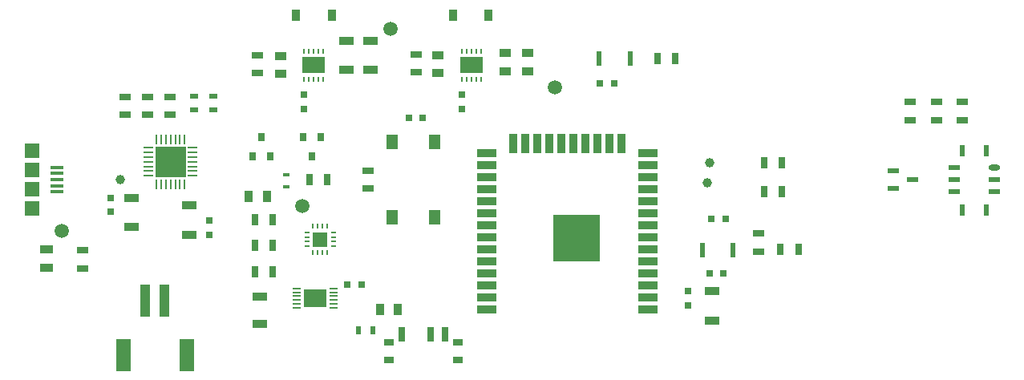
<source format=gtp>
G04*
G04 #@! TF.GenerationSoftware,Altium Limited,Altium Designer,18.1.9 (240)*
G04*
G04 Layer_Color=8421504*
%FSLAX25Y25*%
%MOIN*%
G70*
G01*
G75*
%ADD18R,0.06299X0.03543*%
%ADD19R,0.02756X0.05118*%
%ADD20R,0.03543X0.05118*%
%ADD21O,0.03543X0.00787*%
%ADD22R,0.09646X0.07677*%
%ADD23C,0.05906*%
%ADD24R,0.05906X0.13386*%
%ADD25R,0.03937X0.13780*%
%ADD26C,0.03937*%
%ADD27R,0.05354X0.03386*%
%ADD28R,0.05118X0.02756*%
%ADD29R,0.06102X0.05906*%
%ADD30R,0.05315X0.01772*%
%ADD31R,0.04724X0.02362*%
%ADD32O,0.04724X0.02362*%
%ADD33R,0.02362X0.04724*%
%ADD34R,0.19685X0.19685*%
%ADD35R,0.07874X0.03543*%
%ADD36R,0.03543X0.07874*%
%ADD37R,0.03976X0.01063*%
%ADD38R,0.01063X0.03976*%
%ADD39R,0.12795X0.12795*%
%ADD40R,0.03150X0.03150*%
%ADD41R,0.02362X0.03543*%
%ADD42R,0.05118X0.06102*%
%ADD43R,0.06299X0.06299*%
%ADD44O,0.02362X0.00984*%
%ADD45R,0.02362X0.00984*%
%ADD46R,0.00984X0.02362*%
%ADD47R,0.03150X0.03543*%
%ADD48R,0.00945X0.02362*%
%ADD49R,0.09400X0.06500*%
%ADD50R,0.02165X0.05906*%
%ADD51R,0.03150X0.03150*%
%ADD52R,0.05118X0.03543*%
%ADD53R,0.03543X0.02362*%
%ADD54R,0.04646X0.02402*%
%ADD55R,0.02756X0.05906*%
%ADD56R,0.03937X0.03150*%
%ADD57R,0.03150X0.01181*%
G36*
X63858Y84916D02*
X59325D01*
Y89449D01*
X63858D01*
Y84916D01*
D02*
G37*
G36*
X59328Y90863D02*
Y95398D01*
X63854D01*
Y90863D01*
X59328D01*
D02*
G37*
G36*
X69808Y89444D02*
Y84918D01*
X65272D01*
Y89444D01*
X69808D01*
D02*
G37*
G36*
X65276Y95394D02*
X69803D01*
Y90867D01*
X65276D01*
Y95394D01*
D02*
G37*
G36*
X239700Y52043D02*
X227240D01*
Y64508D01*
X239700D01*
Y52043D01*
D02*
G37*
G36*
X124413Y37012D02*
Y33864D01*
X120467D01*
Y37012D01*
X124413Y37012D01*
D02*
G37*
G36*
X129141Y33858D02*
X125197D01*
Y37015D01*
X129141D01*
Y33858D01*
D02*
G37*
G36*
X124409Y29922D02*
X120472D01*
Y33070D01*
X124409D01*
Y29922D01*
D02*
G37*
G36*
X129138Y29917D02*
X125201D01*
Y33075D01*
X129138D01*
Y29917D01*
D02*
G37*
D18*
X147673Y140551D02*
D03*
Y128347D02*
D03*
X137795Y140551D02*
D03*
Y128347D02*
D03*
X101575Y34055D02*
D03*
Y22638D02*
D03*
X289567Y24213D02*
D03*
Y36417D02*
D03*
X72244Y59842D02*
D03*
Y72047D02*
D03*
X48228Y62992D02*
D03*
Y75197D02*
D03*
D19*
X311221Y77756D02*
D03*
X318701D02*
D03*
X318701Y89567D02*
D03*
X311221D02*
D03*
X107087Y66142D02*
D03*
X99606D02*
D03*
X122228Y82677D02*
D03*
X129709D02*
D03*
X325590Y53740D02*
D03*
X318110D02*
D03*
X274410Y133161D02*
D03*
X266929D02*
D03*
X107087Y44488D02*
D03*
X99606D02*
D03*
Y55315D02*
D03*
X107087D02*
D03*
D20*
X97146Y75590D02*
D03*
X104626D02*
D03*
X151575Y28740D02*
D03*
X159055D02*
D03*
X196850Y151083D02*
D03*
X181890D02*
D03*
X116732D02*
D03*
X131693D02*
D03*
D21*
X132480Y29528D02*
D03*
Y31102D02*
D03*
Y32677D02*
D03*
Y34252D02*
D03*
Y35827D02*
D03*
Y37402D02*
D03*
X117126D02*
D03*
Y35827D02*
D03*
Y34252D02*
D03*
Y32677D02*
D03*
Y31102D02*
D03*
Y29528D02*
D03*
D22*
X124803Y33465D02*
D03*
D23*
X119291Y71653D02*
D03*
X19291Y61417D02*
D03*
X224213Y121063D02*
D03*
X155965Y145276D02*
D03*
D24*
X44882Y9843D02*
D03*
X71260D02*
D03*
D25*
X54134Y32480D02*
D03*
X62008D02*
D03*
D26*
X287795Y81496D02*
D03*
X288583Y89567D02*
D03*
X43807Y82571D02*
D03*
D27*
X12992Y53839D02*
D03*
Y46161D02*
D03*
D28*
X27953Y53347D02*
D03*
Y45866D02*
D03*
X393701Y114961D02*
D03*
Y107480D02*
D03*
X309055Y52756D02*
D03*
Y60236D02*
D03*
X146850Y78937D02*
D03*
Y86417D02*
D03*
X166535Y127362D02*
D03*
Y134843D02*
D03*
X54921Y109646D02*
D03*
Y117126D02*
D03*
X45630Y109646D02*
D03*
Y117126D02*
D03*
X64213Y109646D02*
D03*
Y117126D02*
D03*
X382874Y114961D02*
D03*
Y107480D02*
D03*
X372047Y114961D02*
D03*
Y107480D02*
D03*
X100787Y126969D02*
D03*
Y134449D02*
D03*
D29*
X6890Y70669D02*
D03*
Y94685D02*
D03*
Y78740D02*
D03*
Y86614D02*
D03*
D30*
X17421Y77559D02*
D03*
Y80118D02*
D03*
Y82677D02*
D03*
Y85236D02*
D03*
Y87795D02*
D03*
D31*
X407087Y77598D02*
D03*
Y82598D02*
D03*
X390354Y87598D02*
D03*
Y82598D02*
D03*
Y77598D02*
D03*
D32*
X407087Y87598D02*
D03*
D33*
X403721Y94646D02*
D03*
X393721D02*
D03*
Y70079D02*
D03*
X403721D02*
D03*
D34*
X233465Y58268D02*
D03*
D35*
X262992Y28740D02*
D03*
Y33740D02*
D03*
Y38740D02*
D03*
Y43740D02*
D03*
Y48740D02*
D03*
Y53740D02*
D03*
Y58740D02*
D03*
Y63740D02*
D03*
Y68740D02*
D03*
Y73740D02*
D03*
Y78740D02*
D03*
Y83740D02*
D03*
Y88740D02*
D03*
Y93740D02*
D03*
X196063D02*
D03*
Y88740D02*
D03*
Y83740D02*
D03*
Y78740D02*
D03*
Y73740D02*
D03*
Y68740D02*
D03*
Y63740D02*
D03*
Y58740D02*
D03*
Y53740D02*
D03*
Y48740D02*
D03*
Y43740D02*
D03*
Y38740D02*
D03*
Y33740D02*
D03*
Y28740D02*
D03*
D36*
X252028Y97677D02*
D03*
X247028D02*
D03*
X242028D02*
D03*
X237028D02*
D03*
X232028D02*
D03*
X227028D02*
D03*
X222028D02*
D03*
X217028D02*
D03*
X212028D02*
D03*
X207028D02*
D03*
D37*
X55276Y96063D02*
D03*
Y94095D02*
D03*
Y92126D02*
D03*
Y90158D02*
D03*
Y88189D02*
D03*
Y86221D02*
D03*
Y84252D02*
D03*
X73858D02*
D03*
Y86221D02*
D03*
Y88189D02*
D03*
Y90158D02*
D03*
Y92126D02*
D03*
Y94095D02*
D03*
Y96063D02*
D03*
D38*
X58661Y80866D02*
D03*
X60630D02*
D03*
X62598D02*
D03*
X64567D02*
D03*
X66535D02*
D03*
X68504D02*
D03*
X70473D02*
D03*
Y99449D02*
D03*
X68504D02*
D03*
X66535D02*
D03*
X64567D02*
D03*
X62598D02*
D03*
X60630D02*
D03*
X58661D02*
D03*
D39*
X64567Y90158D02*
D03*
D40*
X289370Y66535D02*
D03*
X295276D02*
D03*
X169488Y108268D02*
D03*
X163583D02*
D03*
X288583Y43740D02*
D03*
X294488D02*
D03*
X249035Y122571D02*
D03*
X243130D02*
D03*
X143898Y38958D02*
D03*
X137992D02*
D03*
D41*
X148622Y20079D02*
D03*
X142717D02*
D03*
D42*
X156693Y67028D02*
D03*
Y98327D02*
D03*
X174409Y67028D02*
D03*
Y98327D02*
D03*
D43*
X126772Y57874D02*
D03*
D44*
X132283Y54921D02*
D03*
D45*
Y56890D02*
D03*
Y58858D02*
D03*
Y60827D02*
D03*
X121260D02*
D03*
Y58858D02*
D03*
Y56890D02*
D03*
Y54921D02*
D03*
D46*
X129724Y63386D02*
D03*
X127756D02*
D03*
X125787D02*
D03*
X123819D02*
D03*
Y52362D02*
D03*
X125787D02*
D03*
X127756D02*
D03*
X129724D02*
D03*
D47*
X119685Y100236D02*
D03*
X127165D02*
D03*
X123425Y92362D02*
D03*
X106102D02*
D03*
X98622D02*
D03*
X102362Y100236D02*
D03*
D48*
X127953Y136024D02*
D03*
X125984D02*
D03*
X124016D02*
D03*
X122047D02*
D03*
X120079D02*
D03*
Y124424D02*
D03*
X122047D02*
D03*
X124016D02*
D03*
X125984D02*
D03*
X127953D02*
D03*
X193701D02*
D03*
X191732D02*
D03*
X189764D02*
D03*
X187795D02*
D03*
X185827D02*
D03*
Y136024D02*
D03*
X187795D02*
D03*
X189764D02*
D03*
X191732D02*
D03*
X193701D02*
D03*
D49*
X124016Y130224D02*
D03*
X189764D02*
D03*
D50*
X285728Y53543D02*
D03*
X298524D02*
D03*
X242835Y133161D02*
D03*
X255630D02*
D03*
D51*
X185827Y118110D02*
D03*
Y112205D02*
D03*
X279724Y36417D02*
D03*
Y30512D02*
D03*
X120079Y118110D02*
D03*
Y112205D02*
D03*
X80709Y65748D02*
D03*
Y59842D02*
D03*
X39764Y75197D02*
D03*
Y69291D02*
D03*
D52*
X212992Y127854D02*
D03*
Y135335D02*
D03*
X203543Y127854D02*
D03*
Y135335D02*
D03*
X175591Y134449D02*
D03*
Y126969D02*
D03*
X110236Y134055D02*
D03*
Y126575D02*
D03*
D53*
X74410Y111614D02*
D03*
Y117520D02*
D03*
X82284Y117520D02*
D03*
Y111614D02*
D03*
D54*
X365059Y86279D02*
D03*
Y79075D02*
D03*
X373130Y82677D02*
D03*
D55*
X172638Y18307D02*
D03*
X160827D02*
D03*
X178543D02*
D03*
D56*
X155315Y7618D02*
D03*
X184055D02*
D03*
X155315Y15216D02*
D03*
X184055D02*
D03*
D57*
X112779Y79724D02*
D03*
Y84842D02*
D03*
M02*

</source>
